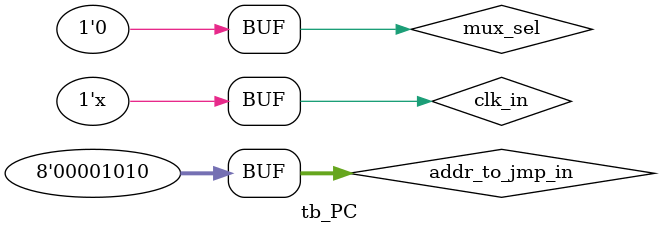
<source format=v>
`timescale 1ns / 1ps

module tb_PC;

	// Inputs
	reg mux_sel;
	reg clk_in;
	reg [7:0] addr_to_jmp_in;

	// Outputs
	wire [7:0] PC_out;
	wire [7:0] R15_out;

	// Instantiate the Unit Under Test (UUT)
	program_counter uut (
		.mux_sel(mux_sel), 
		.clk_in(clk_in), 
		.addr_to_jmp_in(addr_to_jmp_in), 
		.PC_out(PC_out), 
		.R15_out(R15_out)
	);

	always #5 clk_in=~clk_in;

	initial begin
		// Initialize Inputs
		mux_sel = 0;
		clk_in = 0;
		addr_to_jmp_in = 0;

		// Wait 100 ns for global reset to finish
		#100;
		addr_to_jmp_in=100;
        mux_sel = 1;#10;mux_sel=0;
		// Add stimulus here
		#50;
		addr_to_jmp_in=10;
        mux_sel = 1;#10;mux_sel=0;
		// Add stimulus here

	end
      
endmodule


</source>
